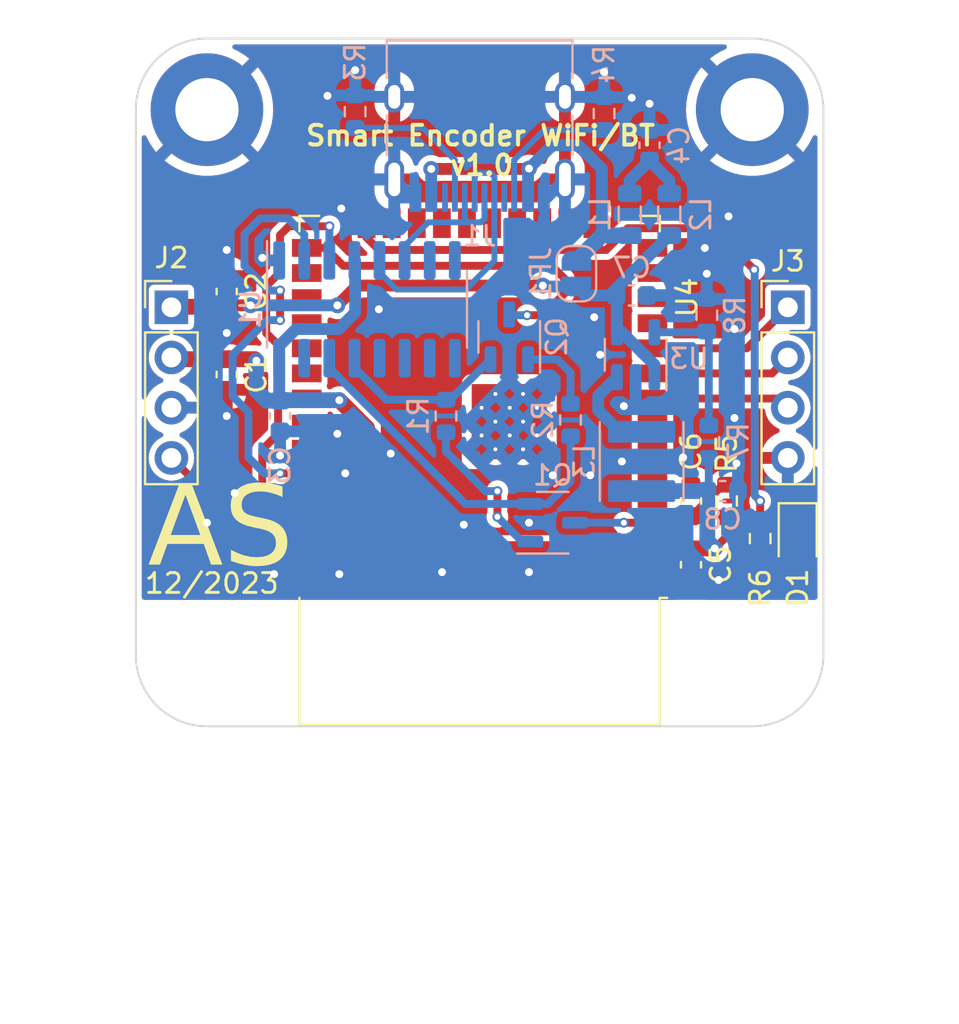
<source format=kicad_pcb>
(kicad_pcb (version 20221018) (generator pcbnew)
  (layers (0 "F.Cu" signal) (31 "B.Cu" signal) (34 "B.Paste" user) (35 "F.Paste" user) (36 "B.SilkS" user "B.Silkscreen") (37 "F.SilkS" user "F.Silkscreen") (38 "B.Mask" user) (39 "F.Mask" user) (44 "Edge.Cuts" user))
  (net 0 "")
  (net 1 "GND")
  (net 2 "+3V3")
  (net 3 "Net-(C4-Pad1)")
  (net 4 "+5V")
  (net 5 "Net-(D1-A)")
  (net 6 "Net-(J1-CC1)")
  (net 7 "D+")
  (net 8 "D-")
  (net 10 "Net-(J1-CC2)")
  (net 12 "Net-(U3-SW)")
  (net 13 "Net-(Q1-B)")
  (net 14 "Net-(Q1-E)")
  (net 15 "~{RST}")
  (net 16 "Net-(Q2-B)")
  (net 17 "Net-(Q2-E)")
  (net 18 "~{BOOTMODE}")
  (net 19 "Net-(U4-IO2)")
  (net 21 "Net-(U3-FB)")
  (net 22 "RX0 (Programming)")
  (net 36 "ENCODER_BTN")
  (net 37 "ENCODER_A")
  (net 38 "ENCODER_B")
  (net 41 "IO23")
  (net 42 "Net-(JP1-A)")
  (net 59 "TX0 (Programming)")
  (footprint "Connector_PinHeader_2.54mm:PinHeader_1x04_P2.54mm_Vertical" (layer "F.Cu") (at 193.8 75.5)
    (fp_text reference "J3" (at 0 -2.33) (layer "F.SilkS"))
    (fp_text value "Conn_01x04_Pin")
    (pad "1" thru_hole rect (at 0 0) (size 1.7 1.7) (drill 1) (layers "*.Cu" "*.Mask") (net 36 "ENCODER_BTN"))
    (pad "2" thru_hole oval (at 0 2.54) (size 1.7 1.7) (drill 1) (layers "*.Cu" "*.Mask") (net 37 "ENCODER_A"))
    (pad "3" thru_hole oval (at 0 5.08) (size 1.7 1.7) (drill 1) (layers "*.Cu" "*.Mask") (net 38 "ENCODER_B"))
    (pad "4" thru_hole oval (at 0 7.62) (size 1.7 1.7) (drill 1) (layers "*.Cu" "*.Mask") (net 1 "GND"))
  )
  (footprint "MountingHole:MountingHole_3.2mm_M3_ISO7380" (layer "F.Cu") (at 192 93.1)
    (fp_text reference "H4" hide)
    (fp_text value "MountingHole")
    (pad "" np_thru_hole circle (at 0 0) (size 3.2 3.2) (drill 3.2) (layers "*.Cu" "*.Mask"))
  )
  (footprint "Resistor_SMD:R_0603_1608Metric" (layer "F.Cu") (at 190.7 85.3 -90)
    (fp_text reference "R5" (at -2.4 0 90) (layer "F.SilkS"))
    (fp_text value "10k")
    (pad "1" smd roundrect (at -0.825 0 270) (size 0.8 0.95) (layers "F.Cu" "F.Paste" "F.Mask") (net 15 "~{RST}"))
    (pad "2" smd roundrect (at 0.825 0 270) (size 0.8 0.95) (layers "F.Cu" "F.Paste" "F.Mask") (net 2 "+3V3"))
  )
  (footprint "Connector_PinHeader_2.54mm:PinHeader_1x04_P2.54mm_Vertical" (layer "F.Cu") (at 162.6 75.5)
    (fp_text reference "J2" (at 0 -2.5) (layer "F.SilkS"))
    (fp_text value "Conn_01x04_Pin")
    (pad "1" thru_hole rect (at 0 0) (size 1.7 1.7) (drill 1) (layers "*.Cu" "*.Mask") (net 4 "+5V"))
    (pad "2" thru_hole oval (at 0 2.54) (size 1.7 1.7) (drill 1) (layers "*.Cu" "*.Mask") (net 2 "+3V3"))
    (pad "3" thru_hole oval (at 0 5.08) (size 1.7 1.7) (drill 1) (layers "*.Cu" "*.Mask") (net 1 "GND"))
    (pad "4" thru_hole oval (at 0 7.62) (size 1.7 1.7) (drill 1) (layers "*.Cu" "*.Mask") (net 41 "IO23"))
  )
  (footprint "MountingHole:MountingHole_3.2mm_M3_ISO7380_Pad" (layer "F.Cu") (at 192 65.5)
    (fp_text reference "H2" hide)
    (fp_text value "MountingHole_Pad")
    (pad "1" thru_hole circle (at 0 0) (size 5.7 5.7) (drill 3.2) (layers "*.Cu" "*.Mask") (net 1 "GND"))
  )
  (footprint "Capacitor_SMD:C_0603_1608Metric" (layer "F.Cu") (at 165.4 78.9 -90)
    (fp_text reference "C1" (at 0 -1.5 90) (layer "F.SilkS"))
    (fp_text value "1uF/25V/X5R")
    (pad "1" smd roundrect (at -0.775 0 270) (size 0.9 0.95) (layers "F.Cu" "F.Paste" "F.Mask") (net 2 "+3V3"))
    (pad "2" smd roundrect (at 0.775 0 270) (size 0.9 0.95) (layers "F.Cu" "F.Paste" "F.Mask") (net 1 "GND"))
  )
  (footprint "Capacitor_SMD:C_0603_1608Metric" (layer "F.Cu") (at 188.9 85.3 -90)
    (fp_text reference "C6" (at -2.5 0 90) (layer "F.SilkS"))
    (fp_text value "100nF/10V/X7R")
    (pad "1" smd roundrect (at -0.775 0 270) (size 0.9 0.95) (layers "F.Cu" "F.Paste" "F.Mask") (net 1 "GND"))
    (pad "2" smd roundrect (at 0.775 0 270) (size 0.9 0.95) (layers "F.Cu" "F.Paste" "F.Mask") (net 15 "~{RST}"))
  )
  (footprint "MountingHole:MountingHole_3.2mm_M3_ISO7380_Pad" (layer "F.Cu") (at 164.4 65.5)
    (fp_text reference "H1" hide)
    (fp_text value "MountingHole_Pad")
    (pad "1" thru_hole circle (at 0 0) (size 5.7 5.7) (drill 3.2) (layers "*.Cu" "*.Mask") (net 1 "GND"))
  )
  (footprint "RF_Module:ESP32-WROOM-32D" (layer "F.Cu") (at 178.2 80.755 180)
    (fp_text reference "U4" (at -10.5 5.755 90) (layer "F.SilkS"))
    (fp_text value "ESP32-WROOM-32D")
    (pad "1" smd rect (at -8.75 -8.25 180) (size 1.5 0.9) (layers "F.Cu" "F.Paste" "F.Mask") (net 1 "GND"))
    (pad "2" smd rect (at -8.75 -6.98 180) (size 1.5 0.9) (layers "F.Cu" "F.Paste" "F.Mask") (net 2 "+3V3"))
    (pad "3" smd rect (at -8.75 -5.71 180) (size 1.5 0.9) (layers "F.Cu" "F.Paste" "F.Mask") (net 15 "~{RST}"))
    (pad "4" smd rect (at -8.75 -4.44 180) (size 1.5 0.9) (layers "F.Cu" "F.Paste" "F.Mask"))
    (pad "5" smd rect (at -8.75 -3.17 180) (size 1.5 0.9) (layers "F.Cu" "F.Paste" "F.Mask"))
    (pad "6" smd rect (at -8.75 -1.9 180) (size 1.5 0.9) (layers "F.Cu" "F.Paste" "F.Mask"))
    (pad "7" smd rect (at -8.75 -0.63 180) (size 1.5 0.9) (layers "F.Cu" "F.Paste" "F.Mask"))
    (pad "8" smd rect (at -8.75 0.64 180) (size 1.5 0.9) (layers "F.Cu" "F.Paste" "F.Mask") (net 38 "ENCODER_B"))
    (pad "9" smd rect (at -8.75 1.91 180) (size 1.5 0.9) (layers "F.Cu" "F.Paste" "F.Mask") (net 37 "ENCODER_A"))
    (pad "10" smd rect (at -8.75 3.18 180) (size 1.5 0.9) (layers "F.Cu" "F.Paste" "F.Mask") (net 36 "ENCODER_BTN"))
    (pad "11" smd rect (at -8.75 4.45 180) (size 1.5 0.9) (layers "F.Cu" "F.Paste" "F.Mask"))
    (pad "12" smd rect (at -8.75 5.72 180) (size 1.5 0.9) (layers "F.Cu" "F.Paste" "F.Mask"))
    (pad "13" smd rect (at -8.75 6.99 180) (size 1.5 0.9) (layers "F.Cu" "F.Paste" "F.Mask"))
    (pad "14" smd rect (at -8.75 8.26 180) (size 1.5 0.9) (layers "F.Cu" "F.Paste" "F.Mask"))
    (pad "15" smd rect (at -5.71 9.51 270) (size 1.5 0.9) (layers "F.Cu" "F.Paste" "F.Mask") (net 1 "GND"))
    (pad "16" smd rect (at -4.44 9.51 270) (size 1.5 0.9) (layers "F.Cu" "F.Paste" "F.Mask"))
    (pad "17" smd rect (at -3.17 9.51 270) (size 1.5 0.9) (layers "F.Cu" "F.Paste" "F.Mask"))
    (pad "18" smd rect (at -1.9 9.51 270) (size 1.5 0.9) (layers "F.Cu" "F.Paste" "F.Mask"))
    (pad "19" smd rect (at -0.63 9.51 270) (size 1.5 0.9) (layers "F.Cu" "F.Paste" "F.Mask"))
    (pad "20" smd rect (at 0.64 9.51 270) (size 1.5 0.9) (layers "F.Cu" "F.Paste" "F.Mask"))
    (pad "21" smd rect (at 1.91 9.51 270) (size 1.5 0.9) (layers "F.Cu" "F.Paste" "F.Mask"))
    (pad "22" smd rect (at 3.18 9.51 270) (size 1.5 0.9) (layers "F.Cu" "F.Paste" "F.Mask"))
    (pad "23" smd rect (at 4.45 9.51 270) (size 1.5 0.9) (layers "F.Cu" "F.Paste" "F.Mask"))
    (pad "24" smd rect (at 5.72 9.51 270) (size 1.5 0.9) (layers "F.Cu" "F.Paste" "F.Mask") (net 19 "Net-(U4-IO2)"))
    (pad "25" smd rect (at 8.75 8.26 180) (size 1.5 0.9) (layers "F.Cu" "F.Paste" "F.Mask") (net 18 "~{BOOTMODE}"))
    (pad "26" smd rect (at 8.75 6.99 180) (size 1.5 0.9) (layers "F.Cu" "F.Paste" "F.Mask"))
    (pad "27" smd rect (at 8.75 5.72 180) (size 1.5 0.9) (layers "F.Cu" "F.Paste" "F.Mask"))
    (pad "28" smd rect (at 8.75 4.45 180) (size 1.5 0.9) (layers "F.Cu" "F.Paste" "F.Mask"))
    (pad "29" smd rect (at 8.75 3.18 180) (size 1.5 0.9) (layers "F.Cu" "F.Paste" "F.Mask"))
    (pad "30" smd rect (at 8.75 1.91 180) (size 1.5 0.9) (layers "F.Cu" "F.Paste" "F.Mask"))
    (pad "31" smd rect (at 8.75 0.64 180) (size 1.5 0.9) (layers "F.Cu" "F.Paste" "F.Mask"))
    (pad "32" smd rect (at 8.75 -0.63 180) (size 1.5 0.9) (layers "F.Cu" "F.Paste" "F.Mask"))
    (pad "33" smd rect (at 8.75 -1.9 180) (size 1.5 0.9) (layers "F.Cu" "F.Paste" "F.Mask"))
    (pad "34" smd rect (at 8.75 -3.17 180) (size 1.5 0.9) (layers "F.Cu" "F.Paste" "F.Mask") (net 22 "RX0 (Programming)"))
    (pad "35" smd rect (at 8.75 -4.44 180) (size 1.5 0.9) (layers "F.Cu" "F.Paste" "F.Mask") (net 59 "TX0 (Programming)"))
    (pad "36" smd rect (at 8.75 -5.71 180) (size 1.5 0.9) (layers "F.Cu" "F.Paste" "F.Mask"))
    (pad "37" smd rect (at 8.75 -6.98 180) (size 1.5 0.9) (layers "F.Cu" "F.Paste" "F.Mask") (net 41 "IO23"))
    (pad "38" smd rect (at 8.75 -8.25 180) (size 1.5 0.9) (layers "F.Cu" "F.Paste" "F.Mask") (net 1 "GND"))
    (pad "39" smd rect (at -2.9 -1.93 180) (size 0.9 0.9) (layers "F.Cu" "F.Paste") (net 1 "GND"))
    (pad "39" thru_hole circle (at -2.9 -1.23 180) (size 0.6 0.6) (drill 0.2) (property pad_prop_heatsink) (layers "*.Cu" "F.Mask") (net 1 "GND"))
    (pad "39" smd rect (at -2.9 -0.53 180) (size 0.9 0.9) (layers "F.Cu" "F.Paste") (net 1 "GND"))
    (pad "39" thru_hole circle (at -2.9 0.17 180) (size 0.6 0.6) (drill 0.2) (property pad_prop_heatsink) (layers "*.Cu" "F.Mask") (net 1 "GND"))
    (pad "39" smd rect (at -2.9 0.87 180) (size 0.9 0.9) (layers "F.Cu" "F.Paste") (net 1 "GND"))
    (pad "39" thru_hole circle (at -2.2 -1.93 180) (size 0.6 0.6) (drill 0.2) (property pad_prop_heatsink) (layers "*.Cu" "F.Mask") (net 1 "GND"))
    (pad "39" thru_hole circle (at -2.2 -0.53 180) (size 0.6 0.6) (drill 0.2) (property pad_prop_heatsink) (layers "*.Cu" "F.Mask") (net 1 "GND"))
    (pad "39" thru_hole circle (at -2.2 0.87 180) (size 0.6 0.6) (drill 0.2) (property pad_prop_heatsink) (layers "*.Cu" "F.Mask") (net 1 "GND"))
    (pad "39" thru_hole circle (at -1.525 -1.23 180) (size 0.6 0.6) (drill 0.2) (property pad_prop_heatsink) (layers "*.Cu" "F.Mask") (net 1 "GND"))
    (pad "39" thru_hole circle (at -1.525 0.17 180) (size 0.6 0.6) (drill 0.2) (property pad_prop_heatsink) (layers "*.Cu" "F.Mask") (net 1 "GND"))
    (pad "39" smd rect (at -1.5 -1.93 180) (size 0.9 0.9) (layers "F.Cu" "F.Paste") (net 1 "GND"))
    (pad "39" smd rect (at -1.5 -0.53 180) (size 0.9 0.9) (layers "F.Cu" "F.Paste") (net 1 "GND"))
    (pad "39" smd rect (at -1.5 -0.53 180) (size 3.8 3.8) (layers "F.Cu" "F.Mask") (net 1 "GND"))
    (pad "39" smd rect (at -1.5 0.87 180) (size 0.9 0.9) (layers "F.Cu" "F.Paste") (net 1 "GND"))
    (pad "39" thru_hole circle (at -0.8 -1.93 180) (size 0.6 0.6) (drill 0.2) (property pad_prop_heatsink) (layers "*.Cu" "F.Mask") (net 1 "GND"))
    (pad "39" thru_hole circle (at -0.8 -0.53 180) (size 0.6 0.6) (drill 0.2) (property pad_prop_heatsink) (layers "*.Cu" "F.Mask") (net 1 "GND"))
    (pad "39" thru_hole circle (at -0.8 0.87 180) (size 0.6 0.6) (drill 0.2) (property pad_prop_heatsink) (layers "*.Cu" "F.Mask") (net 1 "GND"))
    (pad "39" smd rect (at -0.1 -1.93 180) (size 0.9 0.9) (layers "F.Cu" "F.Paste") (net 1 "GND"))
    (pad "39" thru_hole circle (at -0.1 -1.23 180) (size 0.6 0.6) (drill 0.2) (property pad_prop_heatsink) (layers "*.Cu" "F.Mask") (net 1 "GND"))
    (pad "39" smd rect (at -0.1 -0.53 180) (size 0.9 0.9) (layers "F.Cu" "F.Paste") (net 1 "GND"))
    (pad "39" thru_hole circle (at -0.1 0.17 180) (size 0.6 0.6) (drill 0.2) (property pad_prop_heatsink) (layers "*.Cu" "F.Mask") (net 1 "GND"))
    (pad "39" smd rect (at -0.1 0.87 180) (size 0.9 0.9) (layers "F.Cu" "F.Paste") (net 1 "GND"))
    (zone (net 0) (net_name "") (layers "*.Cu") (connect_pads (clearance 0)) (min_thickness 0.254)
      (keepout (tracks not_allowed) (vias not_allowed) (pads not_allowed) (copperpour not_allowed) (footprints not_allowed))
      (fill (thermal_gap 0.508) (thermal_bridge_width 0.508))
      (polygon (pts (xy 202.2 90.305) (xy 154.2 90.305) (xy 154.2 111.495) (xy 202.2 111.495)))
    )
  )
  (footprint "MountingHole:MountingHole_3.2mm_M3_ISO7380" (layer "F.Cu") (at 164.4 93.1)
    (fp_text reference "H3" hide)
    (fp_text value "MountingHole")
    (pad "" np_thru_hole circle (at 0 0) (size 3.2 3.2) (drill 3.2) (layers "*.Cu" "*.Mask"))
  )
  (footprint "Capacitor_SMD:C_0603_1608Metric" (layer "F.Cu") (at 188.9 88.525 90)
    (fp_text reference "C5" (at 0 1.5 90) (layer "F.SilkS"))
    (fp_text value "100nF/10V/X7R")
    (pad "1" smd roundrect (at -0.775 0 90) (size 0.9 0.95) (layers "F.Cu" "F.Paste" "F.Mask") (net 1 "GND"))
    (pad "2" smd roundrect (at 0.775 0 90) (size 0.9 0.95) (layers "F.Cu" "F.Paste" "F.Mask") (net 2 "+3V3"))
  )
  (footprint "Resistor_SMD:R_0603_1608Metric" (layer "F.Cu") (at 192.4 87.2 90)
    (fp_text reference "R6" (at -2.5 0 90) (layer "F.SilkS"))
    (fp_text value "1k")
    (pad "1" smd roundrect (at -0.825 0 90) (size 0.8 0.95) (layers "F.Cu" "F.Paste" "F.Mask") (net 5 "Net-(D1-A)"))
    (pad "2" smd roundrect (at 0.825 0 90) (size 0.8 0.95) (layers "F.Cu" "F.Paste" "F.Mask") (net 19 "Net-(U4-IO2)"))
  )
  (footprint "LED_SMD:LED_0805_2012Metric" (layer "F.Cu") (at 194.3 87.1 -90)
    (fp_text reference "D1" (at 2.6 0 90) (layer "F.SilkS"))
    (fp_text value "BLUE")
    (pad "1" smd roundrect (at -0.9375 0 270) (size 0.975 1.4) (layers "F.Cu" "F.Paste" "F.Mask") (net 1 "GND"))
    (pad "2" smd roundrect (at 0.9375 0 270) (size 0.975 1.4) (layers "F.Cu" "F.Paste" "F.Mask") (net 5 "Net-(D1-A)"))
  )
  (footprint "Capacitor_SMD:C_0603_1608Metric" (layer "F.Cu") (at 165.4 74.7 90)
    (fp_text reference "C2" (at 0 1.5 90) (layer "F.SilkS"))
    (fp_text value "1uF/25V/X5R")
    (pad "1" smd roundrect (at -0.775 0 90) (size 0.9 0.95) (layers "F.Cu" "F.Paste" "F.Mask") (net 4 "+5V"))
    (pad "2" smd roundrect (at 0.775 0 90) (size 0.9 0.95) (layers "F.Cu" "F.Paste" "F.Mask") (net 1 "GND"))
  )
  (footprint "Capacitor_SMD:C_0603_1608Metric" (layer "B.Cu") (at 185.897183 74.9)
    (fp_text reference "C7" (at 0.002817 -1.4 180) (layer "B.SilkS") (effects (justify mirror)))
    (fp_text value "22uF/10V/X5R")
    (pad "1" smd roundrect (at -0.775 0) (size 0.9 0.95) (layers "B.Cu" "B.Paste" "B.Mask") (net 4 "+5V"))
    (pad "2" smd roundrect (at 0.775 0) (size 0.9 0.95) (layers "B.Cu" "B.Paste" "B.Mask") (net 1 "GND"))
  )
  (footprint "Connector_USB:USB_C_Receptacle_HRO_TYPE-C-31-M-12" (layer "B.Cu") (at 178.2 65.9)
    (fp_text reference "J1" (at 0 6 180) (layer "B.SilkS") (effects (justify mirror)))
    (fp_text value "USB_C_Receptacle_USB2.0")
    (pad "A1" smd rect (at -3.25 4.045) (size 0.6 1.45) (layers "B.Cu" "B.Paste" "B.Mask") (net 1 "GND"))
    (pad "A4" smd rect (at -2.45 4.045) (size 0.6 1.45) (layers "B.Cu" "B.Paste" "B.Mask") (net 42 "Net-(JP1-A)"))
    (pad "A5" smd rect (at -1.25 4.045) (size 0.3 1.45) (layers "B.Cu" "B.Paste" "B.Mask") (net 6 "Net-(J1-CC1)"))
    (pad "A6" smd rect (at -0.25 4.045) (size 0.3 1.45) (layers "B.Cu" "B.Paste" "B.Mask") (net 7 "D+"))
    (pad "A7" smd rect (at 0.25 4.045) (size 0.3 1.45) (layers "B.Cu" "B.Paste" "B.Mask") (net 8 "D-"))
    (pad "A8" smd rect (at 1.25 4.045) (size 0.3 1.45) (layers "B.Cu" "B.Paste" "B.Mask"))
    (pad "A9" smd rect (at 2.45 4.045) (size 0.6 1.45) (layers "B.Cu" "B.Paste" "B.Mask") (net 42 "Net-(JP1-A)"))
    (pad "A12" smd rect (at 3.25 4.045) (size 0.6 1.45) (layers "B.Cu" "B.Paste" "B.Mask") (net 1 "GND"))
    (pad "B1" smd rect (at 3.25 4.045) (size 0.6 1.45) (layers "B.Cu" "B.Paste" "B.Mask") (net 1 "GND"))
    (pad "B4" smd rect (at 2.45 4.045) (size 0.6 1.45) (layers "B.Cu" "B.Paste" "B.Mask") (net 42 "Net-(JP1-A)"))
    (pad "B5" smd rect (at 1.75 4.045) (size 0.3 1.45) (layers "B.Cu" "B.Paste" "B.Mask") (net 10 "Net-(J1-CC2)"))
    (pad "B6" smd rect (at 0.75 4.045) (size 0.3 1.45) (layers "B.Cu" "B.Paste" "B.Mask") (net 7 "D+"))
    (pad "B7" smd rect (at -0.75 4.045) (size 0.3 1.45) (layers "B.Cu" "B.Paste" "B.Mask") (net 8 "D-"))
    (pad "B8" smd rect (at -1.75 4.045) (size 0.3 1.45) (layers "B.Cu" "B.Paste" "B.Mask"))
    (pad "B9" smd rect (at -2.45 4.045) (size 0.6 1.45) (layers "B.Cu" "B.Paste" "B.Mask") (net 42 "Net-(JP1-A)"))
    (pad "B12" smd rect (at -3.25 4.045) (size 0.6 1.45) (layers "B.Cu" "B.Paste" "B.Mask") (net 1 "GND"))
    (pad "S1" thru_hole oval (at -4.32 -1.05) (size 1 1.6) (drill oval 0.6 1.2) (layers "*.Cu" "*.Mask") (net 1 "GND"))
    (pad "S1" thru_hole oval (at -4.32 3.13) (size 1 2.1) (drill oval 0.6 1.7) (layers "*.Cu" "*.Mask") (net 1 "GND"))
    (pad "S1" thru_hole oval (at 4.32 -1.05) (size 1 1.6) (drill oval 0.6 1.2) (layers "*.Cu" "*.Mask") (net 1 "GND"))
    (pad "S1" thru_hole oval (at 4.32 3.13) (size 1 2.1) (drill oval 0.6 1.7) (layers "*.Cu" "*.Mask") (net 1 "GND"))
  )
  (footprint "Jumper:SolderJumper-2_P1.3mm_Open_RoundedPad1.0x1.5mm" (layer "B.Cu") (at 183.1 73.8 -90)
    (fp_text reference "JP1" (at 0 1.8 90) (layer "B.SilkS") (effects (justify mirror)))
    (fp_text value "SolderJumper_2_Open")
    (pad "1" smd custom (at -0.65 0 270) (size 1 0.5) (layers "B.Cu" "B.Mask") (net 42 "Net-(JP1-A)") (options (clearance outline) (anchor rect)) (primitives (gr_circle (center 0 -0.25) (end 0.5 -0.25) (width 0) (fill yes)) (gr_circle (center 0 0.25) (end 0.5 0.25) (width 0) (fill yes)) (gr_poly (pts (xy 0.5 -0.75) (xy 0 -0.75) (xy 0 0.75) (xy 0.5 0.75)) (width 0) (fill yes))))
    (pad "2" smd custom (at 0.65 0 270) (size 1 0.5) (layers "B.Cu" "B.Mask") (net 4 "+5V") (options (clearance outline) (anchor rect)) (primitives (gr_circle (center 0 -0.25) (end 0.5 -0.25) (width 0) (fill yes)) (gr_circle (center 0 0.25) (end 0.5 0.25) (width 0) (fill yes)) (gr_poly (pts (xy 0 -0.75) (xy -0.5 -0.75) (xy -0.5 0.75) (xy 0 0.75)) (width 0) (fill yes))))
  )
  (footprint "Package_TO_SOT_SMD:SOT-23-3" (layer "B.Cu") (at 179.7 77 90)
    (fp_text reference "Q2" (at 0 2.4 90) (layer "B.SilkS") (effects (justify mirror)))
    (fp_text value "MMBT4401")
    (pad "1" smd roundrect (at -1.1375 0.95 90) (size 1.325 0.6) (layers "B.Cu" "B.Paste" "B.Mask") (net 16 "Net-(Q2-B)"))
    (pad "2" smd roundrect (at -1.1375 -0.95 90) (size 1.325 0.6) (layers "B.Cu" "B.Paste" "B.Mask") (net 17 "Net-(Q2-E)"))
    (pad "3" smd roundrect (at 1.1375 0 90) (size 1.325 0.6) (layers "B.Cu" "B.Paste" "B.Mask") (net 18 "~{BOOTMODE}"))
  )
  (footprint "Resistor_SMD:R_0603_1608Metric" (layer "B.Cu") (at 182.8 81.2 90)
    (fp_text reference "R2" (at 0 -1.4 90) (layer "B.SilkS") (effects (justify mirror)))
    (fp_text value "10k")
    (pad "1" smd roundrect (at -0.825 0 90) (size 0.8 0.95) (layers "B.Cu" "B.Paste" "B.Mask") (net 14 "Net-(Q1-E)"))
    (pad "2" smd roundrect (at 0.825 0 90) (size 0.8 0.95) (layers "B.Cu" "B.Paste" "B.Mask") (net 16 "Net-(Q2-B)"))
  )
  (footprint "Resistor_SMD:R_0603_1608Metric" (layer "B.Cu") (at 189.7 75.9 90)
    (fp_text reference "R8" (at 0 1.43 90) (layer "B.SilkS") (effects (justify mirror)))
    (fp_text value "15k")
    (pad "1" smd roundrect (at -0.825 0 90) (size 0.8 0.95) (layers "B.Cu" "B.Paste" "B.Mask") (net 21 "Net-(U3-FB)"))
    (pad "2" smd roundrect (at 0.825 0 90) (size 0.8 0.95) (layers "B.Cu" "B.Paste" "B.Mask") (net 1 "GND"))
  )
  (footprint "Capacitor_SMD:C_0603_1608Metric" (layer "B.Cu") (at 186.8 67.3 90)
    (fp_text reference "C4" (at 0 1.5 90) (layer "B.SilkS") (effects (justify mirror)))
    (fp_text value "1uF/25V/X5R")
    (pad "1" smd roundrect (at -0.775 0 90) (size 0.9 0.95) (layers "B.Cu" "B.Paste" "B.Mask") (net 3 "Net-(C4-Pad1)"))
    (pad "2" smd roundrect (at 0.775 0 90) (size 0.9 0.95) (layers "B.Cu" "B.Paste" "B.Mask") (net 1 "GND"))
  )
  (footprint "Inductor_SMD:L_0805_2012Metric" (layer "B.Cu") (at 187.8 70.8 -90)
    (fp_text reference "L2" (at 0 -1.6 90) (layer "B.SilkS") (effects (justify mirror)))
    (fp_text value "WLBD2012HCU601TH")
    (pad "1" smd roundrect (at -1.0625 0 270) (size 0.875 1.2) (layers "B.Cu" "B.Paste" "B.Mask") (net 3 "Net-(C4-Pad1)"))
    (pad "2" smd roundrect (at 1.0625 0 270) (size 0.875 1.2) (layers "B.Cu" "B.Paste" "B.Mask") (net 4 "+5V"))
  )
  (footprint "Package_TO_SOT_SMD:SOT-23-3" (layer "B.Cu") (at 181.9 86.4)
    (fp_text reference "Q1" (at 0 -2.4) (layer "B.SilkS") (effects (justify mirror)))
    (fp_text value "MMBT4401")
    (pad "1" smd roundrect (at -1.1375 0.95) (size 1.325 0.6) (layers "B.Cu" "B.Paste" "B.Mask") (net 13 "Net-(Q1-B)"))
    (pad "2" smd roundrect (at -1.1375 -0.95) (size 1.325 0.6) (layers "B.Cu" "B.Paste" "B.Mask") (net 14 "Net-(Q1-E)"))
    (pad "3" smd roundrect (at 1.1375 0) (size 1.325 0.6) (layers "B.Cu" "B.Paste" "B.Mask") (net 15 "~{RST}"))
  )
  (footprint "Capacitor_SMD:C_0603_1608Metric" (layer "B.Cu") (at 168.1 81 -90)
    (fp_text reference "C3" (at 2.5 0 90) (layer "B.SilkS") (effects (justify mirror)))
    (fp_text value "100nF/10V/X7R")
    (pad "1" smd roundrect (at -0.775 0 270) (size 0.9 0.95) (layers "B.Cu" "B.Paste" "B.Mask") (net 2 "+3V3"))
    (pad "2" smd roundrect (at 0.775 0 270) (size 0.9 0.95) (layers "B.Cu" "B.Paste" "B.Mask") (net 1 "GND"))
  )
  (footprint "Resistor_SMD:R_0603_1608Metric" (layer "B.Cu") (at 189.8 82.3 90)
    (fp_text reference "R7" (at 0 1.5 90) (layer "B.SilkS") (effects (justify mirror)))
    (fp_text value "68k")
    (pad "1" smd roundrect (at -0.825 0 90) (size 0.8 0.95) (layers "B.Cu" "B.Paste" "B.Mask") (net 2 "+3V3"))
    (pad "2" smd roundrect (at 0.825 0 90) (size 0.8 0.95) (layers "B.Cu" "B.Paste" "B.Mask") (net 21 "Net-(U3-FB)"))
  )
  (footprint "Package_TO_SOT_SMD:SOT-23-5" (layer "B.Cu") (at 186.097183 77.9 90)
    (fp_text reference "U3" (at -0.2 2.7) (layer "B.SilkS") (effects (justify mirror)))
    (fp_text value "M3406")
    (pad "1" smd roundrect (at -1.1375 0.95 90) (size 1.325 0.6) (layers "B.Cu" "B.Paste" "B.Mask") (net 4 "+5V"))
    (pad "2" smd roundrect (at -1.1375 0 90) (size 1.325 0.6) (layers "B.Cu" "B.Paste" "B.Mask") (net 1 "GND"))
    (pad "3" smd roundrect (at -1.1375 -0.95 90) (size 1.325 0.6) (layers "B.Cu" "B.Paste" "B.Mask") (net 12 "Net-(U3-SW)"))
    (pad "4" smd roundrect (at 1.1375 -0.95 90) (size 1.325 0.6) (layers "B.Cu" "B.Paste" "B.Mask") (net 4 "+5V"))
    (pad "5" smd roundrect (at 1.1375 0.95 90) (size 1.325 0.6) (layers "B.Cu" "B.Paste" "B.Mask") (net 21 "Net-(U3-FB)"))
  )
  (footprint "Inductor_SMD:L_Abracon_ASPI-4030S" (layer "B.Cu") (at 186.4 83.3 -90)
    (fp_text reference "L3" (at 0 2.9 90) (layer "B.SilkS") (effects (justify mirror)))
    (fp_text value "2.2uH")
    (pad "1" smd roundrect (at -1.5 0 270) (size 1.1 3.4) (layers "B.Cu" "B.Paste" "B.Mask") (roundrect_rratio 0.1) (net 12 "Net-(U3-SW)"))
    (pad "2" smd roundrect (at 1.5 0 270) (size 1.1 3.4) (layers "B.Cu" "B.Paste" "B.Mask") (roundrect_rratio 0.1) (net 2 "+3V3"))
  )
  (footprint "Resistor_SMD:R_0603_1608Metric" (layer "B.Cu") (at 176.5 81 -90)
    (fp_text reference "R1" (at 0 1.4 90) (layer "B.SilkS") (effects (justify mirror)))
    (fp_text value "10k")
    (pad "1" smd roundrect (at -0.825 0 270) (size 0.8 0.95) (layers "B.Cu" "B.Paste" "B.Mask") (net 17 "Net-(Q2-E)"))
    (pad "2" smd roundrect (at 0.825 0 270) (size 0.8 0.95) (layers "B.Cu" "B.Paste" "B.Mask") (net 13 "Net-(Q1-B)"))
  )
  (footprint "Inductor_SMD:L_0805_2012Metric" (layer "B.Cu") (at 185.8 70.8 90)
    (fp_text reference "L1" (at 0 -1.5 90) (layer "B.SilkS") (effects (justify mirror)))
    (fp_text value "WLBD2012HCU601TH")
    (pad "1" smd roundrect (at -1.0625 0 90) (size 0.875 1.2) (layers "B.Cu" "B.Paste" "B.Mask") (net 42 "Net-(JP1-A)"))
    (pad "2" smd roundrect (at 1.0625 0 90) (size 0.875 1.2) (layers "B.Cu" "B.Paste" "B.Mask") (net 3 "Net-(C4-Pad1)"))
  )
  (footprint "Package_SO:SOIC-16_3.9x9.9mm_P1.27mm" (layer "B.Cu") (at 172.5 75.6 -90)
    (fp_text reference "U1" (at 0 5.9 90) (layer "B.SilkS") (effects (justify mirror)))
    (fp_text value "CH340C")
    (pad "1" smd roundrect (at -2.475 4.445 270) (size 1.95 0.6) (layers "B.Cu" "B.Paste" "B.Mask") (net 1 "GND"))
    (pad "2" smd roundrect (at -2.475 3.175 270) (size 1.95 0.6) (layers "B.Cu" "B.Paste" "B.Mask") (net 22 "RX0 (Programming)"))
    (pad "3" smd roundrect (at -2.475 1.905 270) (size 1.95 0.6) (layers "B.Cu" "B.Paste" "B.Mask") (net 59 "TX0 (Programming)"))
    (pad "4" smd roundrect (at -2.475 0.635 270) (size 1.95 0.6) (layers "B.Cu" "B.Paste" "B.Mask") (net 2 "+3V3"))
    (pad "5" smd roundrect (at -2.475 -0.635 270) (size 1.95 0.6) (layers "B.Cu" "B.Paste" "B.Mask") (net 7 "D+"))
    (pad "6" smd roundrect (at -2.475 -1.905 270) (size 1.95 0.6) (layers "B.Cu" "B.Paste" "B.Mask") (net 8 "D-"))
    (pad "7" smd roundrect (at -2.475 -3.175 270) (size 1.95 0.6) (layers "B.Cu" "B.Paste" "B.Mask"))
    (pad "8" smd roundrect (at -2.475 -4.445 270) (size 1.95 0.6) (layers "B.Cu" "B.Paste" "B.Mask"))
    (pad "9" smd roundrect (at 2.475 -4.445 270) (size 1.95 0.6) (layers "B.Cu" "B.Paste" "B.Mask"))
    (pad "10" smd roundrect (at 2.475 -3.175 270) (size 1.95 0.6) (layers "B.Cu" "B.Paste" "B.Mask"))
    (pad "11" smd roundrect (at 2.475 -1.905 270) (size 1.95 0.6) (layers "B.Cu" "B.Paste" "B.Mask"))
    (pad "12" smd roundrect (at 2.475 -0.635 270) (size 1.95 0.6) (layers "B.Cu" "B.Paste" "B.Mask"))
    (pad "13" smd roundrect (at 2.475 0.635 270) (size 1.95 0.6) (layers "B.Cu" "B.Paste" "B.Mask") (net 17 "Net-(Q2-E)"))
    (pad "14" smd roundrect (at 2.475 1.905 270) (size 1.95 0.6) (layers "B.Cu" "B.Paste" "B.Mask") (net 14 "Net-(Q1-E)"))
    (pad "15" smd roundrect (at 2.475 3.175 270) (size 1.95 0.6) (layers "B.Cu" "B.Paste" "B.Mask"))
    (pad "16" smd roundrect (at 2.475 4.445 270) (size 1.95 0.6) (layers "B.Cu" "B.Paste" "B.Mask") (net 2 "+3V3"))
  )
  (footprint "Capacitor_SMD:C_0603_1608Metric" (layer "B.Cu") (at 190.5 84.8)
    (fp_text reference "C8" (at 0 1.43) (layer "B.SilkS") (effects (justify mirror)))
    (fp_text value "22uF/10V/X5R")
    (pad "1" smd roundrect (at -0.775 0) (size 0.9 0.95) (layers "B.Cu" "B.Paste" "B.Mask") (net 2 "+3V3"))
    (pad "2" smd roundrect (at 0.775 0) (size 0.9 0.95) (layers "B.Cu" "B.Paste" "B.Mask") (net 1 "GND"))
  )
  (footprint "Resistor_SMD:R_0603_1608Metric" (layer "B.Cu") (at 184.5 65.7 90)
    (fp_text reference "R4" (at 2.5 0 90) (layer "B.SilkS") (effects (justify mirror)))
    (fp_text value "5.1k")
    (pad "1" smd roundrect (at -0.825 0 90) (size 0.8 0.95) (layers "B.Cu" "B.Paste" "B.Mask") (net 10 "Net-(J1-CC2)"))
    (pad "2" smd roundrect (at 0.825 0 90) (size 0.8 0.95) (layers "B.Cu" "B.Paste" "B.Mask") (net 1 "GND"))
  )
  (footprint "Resistor_SMD:R_0603_1608Metric" (layer "B.Cu") (at 171.9 65.6 90)
    (fp_text reference "R3" (at 2.5 0 90) (layer "B.SilkS") (effects (justify mirror)))
    (fp_text value "5.1k")
    (pad "1" smd roundrect (at -0.825 0 90) (size 0.8 0.95) (layers "B.Cu" "B.Paste" "B.Mask") (net 6 "Net-(J1-CC1)"))
    (pad "2" smd roundrect (at 0.825 0 90) (size 0.8 0.95) (layers "B.Cu" "B.Paste" "B.Mask") (net 1 "GND"))
  )
  (gr_arc (start 164.4 96.7) (mid 161.854416 95.645584) (end 160.8 93.1) (stroke (width 0.1)) (layer "Edge.Cuts"))
  (gr_line (start 195.6 65.5) (end 195.6 93.1) (stroke (width 0.1)) (layer "Edge.Cuts"))
  (gr_line (start 192 96.7) (end 164.4 96.7) (stroke (width 0.1)) (layer "Edge.Cuts"))
  (gr_arc (start 192 61.9) (mid 194.545584 62.954416) (end 195.6 65.5) (stroke (width 0.1)) (layer "Edge.Cuts"))
  (gr_arc (start 195.6 93.1) (mid 194.545584 95.645584) (end 192 96.7) (stroke (width 0.1)) (layer "Edge.Cuts"))
  (gr_line (start 164.4 61.9) (end 192 61.9) (stroke (width 0.1)) (layer "Edge.Cuts"))
  (gr_line (start 160.8 93.1) (end 160.8 65.5) (stroke (width 0.1)) (layer "Edge.Cuts"))
  (gr_arc (start 160.8 65.5) (mid 161.854416 62.954416) (end 164.4 61.9) (stroke (width 0.1)) (layer "Edge.Cuts"))
  (gr_text "AS" (at 161.4 89.2) (layer "F.SilkS") (effects (font (size 4 4) (thickness 0.45)) (justify left bottom)))
  (gr_text "12/2023" (at 161.165 90.0525) (layer "F.SilkS") (effects (font (size 1 1)) (justify left bottom)))
  (gr_text "v1.0" (at 176.6 68.9) (layer "F.SilkS") (effects (font (size 1 1) (thickness 0.2) bold) (justify left bottom)))
  (gr_text "Smart Encoder WiFi/BT" (at 169.3 67.4) (layer "F.SilkS") (effects (font (size 1 1) (thickness 0.2) bold) (justify left bottom)))
  (via (at 180.7 88.9) (size 0.8) (drill 0.4) (layers "F.Cu" "B.Cu") (net 1))
  (via (at 164.4 86.4) (size 0.8) (drill 0.4) (layers "F.Cu" "B.Cu") (net 1))
  (via (at 165.8 84.9) (size 0.8) (drill 0.4) (layers "F.Cu" "B.Cu") (net 1))
  (via (at 171.4 83.9) (size 0.8) (drill 0.4) (layers "F.Cu" "B.Cu") (net 1))
  (via (at 176.3 88.9) (size 0.8) (drill 0.4) (layers "F.Cu" "B.Cu") (net 1))
  (via (at 173.7 82.9) (size 0.8) (drill 0.4) (layers "F.Cu" "B.Cu") (net 1))
  (via (at 171.2 70.5) (size 0.8) (drill 0.4) (layers "F.Cu" "B.Cu") (net 1))
  (via (at 185.9 64.9) (size 0.8) (drill 0.4) (layers "F.Cu" "B.Cu") (net 1))
  (via (at 189.6 72.5) (size 0.8) (drill 0.4) (layers "F.Cu" "B.Cu") (net 1))
  (via (at 183.8 84) (size 0.8) (drill 0.4) (layers "F.Cu" "B.Cu") (net 1))
  (via (at 177.4 86.5) (size 0.8) (drill 0.4) (layers "F.Cu" "B.Cu") (net 1))
  (via (at 191.1 81.1) (size 0.8) (drill 0.4) (layers "F.Cu" "B.Cu") (net 1))
  (via (at 191.1 76.6) (size 0.8) (drill 0.4) (layers "F.Cu" "B.Cu") (net 1))
  (via (at 190.3 89.3) (size 0.8) (drill 0.4) (layers "F.Cu" "B.Cu") (net 1))
  (via (at 165.4 72.6) (size 0.8) (drill 0.4) (layers "F.Cu" "B.Cu") (net 1))
  (via (at 167.8 89) (size 0.8) (drill 0.4) (layers "F.Cu" "B.Cu") (net 1))
  (via (at 173.1 75.6) (size 0.8) (drill 0.4) (layers "F.Cu" "B.Cu") (net 1))
  (via (at 191.2 83.4) (size 0.8) (drill 0.4) (layers "F.Cu" "B.Cu") (net 1))
  (via (at 185.4 83.3) (size 0.8) (drill 0.4) (layers "F.Cu" "B.Cu") (net 1))
  (via (at 180.7 86.4) (size 0.8) (drill 0.4) (layers "F.Cu" "B.Cu") (net 1))
  (via (at 188.5 83.1) (size 0.8) (drill 0.4) (layers "F.Cu" "B.Cu") (net 1))
  (via (at 171.1 89) (size 0.8) (drill 0.4) (layers "F.Cu" "B.Cu") (net 1))
  (via (at 189.7 73.8) (size 0.8) (drill 0.4) (layers "F.Cu" "B.Cu") (net 1))
  (via (at 190.8 70.9) (size 0.8) (drill 0.4) (layers "F.Cu" "B.Cu") (net 1))
  (via (at 171 81.9) (size 0.8) (drill 0.4) (layers "F.Cu" "B.Cu") (net 1))
  (via (at 181.9 84) (size 0.8) (drill 0.4) (layers "F.Cu" "B.Cu") (net 1))
  (via (at 168.1 83) (size 0.8) (drill 0.4) (layers "F.Cu" "B.Cu") (net 1))
  (via (at 184.5 63.6) (size 0.8) (drill 0.4) (layers "F.Cu" "B.Cu") (net 1))
  (via (at 167.2 73) (size 0.8) (drill 0.4) (layers "F.Cu" "B.Cu") (net 1))
  (via (at 165.4 76.8) (size 0.8) (drill 0.4) (layers "F.Cu" "B.Cu") (net 1))
  (via (at 171.9 63.5) (size 0.8) (drill 0.4) (layers "F.Cu" "B.Cu") (net 1))
  (via (at 165.4 81) (size 0.8) (drill 0.4) (layers "F.Cu" "B.Cu") (net 1))
  (via (at 184 76) (size 0.8) (drill 0.4) (layers "F.Cu" "B.Cu") (net 1))
  (via (at 170.5 64.8) (size 0.8) (drill 0.4) (layers "F.Cu" "B.Cu") (net 1))
  (via (at 186.8 65.2) (size 0.8) (drill 0.4) (layers "F.Cu" "B.Cu") (net 1))
  (via (at 185.5 80.5) (size 0.8) (drill 0.4) (layers "F.Cu" "B.Cu") (net 1))
  (via (at 184.3 77.9) (size 0.8) (drill 0.4) (layers "F.Cu" "B.Cu") (net 1))
  (segment (start 174.95 69.945) (end 174.795 69.945) (width 0.6) (layer "B.Cu") (net 1))
  (segment (start 181.45 69.945) (end 181.605 69.945) (width 0.6) (layer "B.Cu") (net 1))
  (segment (start 174.795 69.945) (end 173.88 69.03) (width 0.6) (layer "B.Cu") (net 1))
  (segment (start 181.605 69.945) (end 182.52 69.03) (width 0.6) (layer "B.Cu") (net 1))
  (segment (start 186.95 87.735) (end 188.885 87.735) (width 0.8) (layer "F.Cu") (net 2))
  (segment (start 162.685 78.125) (end 162.6 78.04) (width 0.8) (layer "F.Cu") (net 2))
  (segment (start 162.635 78.075) (end 162.6 78.04) (width 0.6) (layer "F.Cu") (net 2))
  (segment (start 190.7 87.1) (end 190.1 87.7) (width 0.4) (layer "F.Cu") (net 2))
  (segment (start 166.825 78.125) (end 166.9 78.2) (width 0.8) (layer "F.Cu") (net 2))
  (segment (start 165.4 78.125) (end 162.685 78.125) (width 0.8) (layer "F.Cu") (net 2))
  (segment (start 188.885 87.735) (end 188.9 87.75) (width 0.8) (layer "F.Cu") (net 2))
  (segment (start 190.7 86.125) (end 190.7 87.1) (width 0.4) (layer "F.Cu") (net 2))
  (segment (start 176.835 87.735) (end 172.5 83.4) (width 0.8) (layer "F.Cu") (net 2))
  (segment (start 190.1 87.7) (end 188.95 87.7) (width 0.8) (layer "F.Cu") (net 2))
  (segment (start 165.4 78.125) (end 166.825 78.125) (width 0.8) (layer "F.Cu") (net 2))
  (segment (start 172.5 83.4) (end 172.5 81.6) (width 0.8) (layer "F.Cu") (net 2))
  (segment (start 172.5 81.6) (end 171.1 80.2) (width 0.8) (layer "F.Cu") (net 2))
  (segment (start 186.95 87.735) (end 176.835 87.735) (width 0.8) (layer "F.Cu") (net 2))
  (segment (start 188.95 87.7) (end 188.9 87.75) (width 0.8) (layer "F.Cu") (net 2))
  (via (at 166.9 78.2) (size 0.8) (drill 0.4) (layers "F.Cu" "B.Cu") (net 2))
  (via (at 171.1 80.2) (size 0.8) (drill 0.4) (layers "F.Cu" "B.Cu") (net 2))
  (via (at 190.1 87.7) (size 0.8) (drill 0.4) (layers "F.Cu" "B.Cu") (net 2))
  (segment (start 168.055 77.450761) (end 168.055 78.075) (width 0.6) (layer "B.Cu") (net 2))
  (segment (start 189.725 84.8) (end 189.725 87.325) (width 0.8) (layer "B.Cu") (net 2))
  (segment (start 168.055 78.075) (end 168.055 80.18) (width 0.6) (layer "B.Cu") (net 2))
  (segment (start 189.8 83.125) (end 189.8 84.725) (width 0.4) (layer "B.Cu") (net 2))
  (segment (start 168.125 80.2) (end 168.1 80.225) (width 0.8) (layer "B.Cu") (net 2))
  (segment (start 186.4 84.8) (end 189.725 84.8) (width 0.8) (layer "B.Cu") (net 2))
  (segment (start 171.072793 76.6) (end 168.905761 76.6) (width 0.6) (layer "B.Cu") (net 2))
  (segment (start 171.865 73.125) (end 171.9 73.16) (width 0.6) (layer "B.Cu") (net 2))
  (segment (start 166.9 79.7) (end 167.425 80.225) (width 0.8) (layer "B.Cu") (net 2))
  (segment (start 189.725 87.325) (end 190.1 87.7) (width 0.8) (layer "B.Cu") (net 2))
  (segment (start 166.9 78.2) (end 166.9 79.7) (width 0.8) (layer "B.Cu") (net 2))
  (segment (start 168.905761 76.6) (end 168.055 77.450761) (width 0.6) (layer "B.Cu") (net 2))
  (segment (start 167.425 80.225) (end 168.1 80.225) (width 0.8) (layer "B.Cu") (net 2))
  (segment (start 171.9 75.772793) (end 171.072793 76.6) (width 0.6) (layer "B.Cu") (net 2))
  (segment (start 168.055 80.18) (end 168.1 80.225) (width 0.6) (layer "B.Cu") (net 2))
  (segment (start 189.8 84.725) (end 189.725 84.8) (width 0.4) (layer "B.Cu") (net 2))
  (segment (start 171.1 80.2) (end 168.125 80.2) (width 0.8) (layer "B.Cu") (net 2))
  (segment (start 171.9 73.16) (end 171.9 75.772793) (width 0.6) (layer "B.Cu") (net 2))
  (segment (start 187.8 69.7375) (end 187.8 69.075) (width 0.6) (layer "B.Cu") (net 3))
  (segment (start 185.8 69.075) (end 186.8 68.075) (width 0.6) (layer "B.Cu") (net 3))
  (segment (start 187.8 69.075) (end 186.8 68.075) (width 0.6) (layer "B.Cu") (net 3))
  (segment (start 185.8 69.7375) (end 185.8 69.075) (width 0.6) (layer "B.Cu") (net 3))
  (segment (start 162.625 75.475) (end 162.6 75.5) (width 0.8) (layer "F.Cu") (net 4))
  (segment (start 172 74.4) (end 171 75.4) (width 0.6) (layer "F.Cu") (net 4))
  (segment (start 165.475 75.4) (end 165.4 75.475) (width 0.6) (layer "F.Cu") (net 4))
  (segment (start 181.4 74.4) (end 172 74.4) (width 0.6) (layer "F.Cu") (net 4))
  (segment (start 166.6 75.4) (end 165.475 75.4) (width 0.6) (layer "F.Cu") (net 4))
  (segment (start 165.4 75.475) (end 162.625 75.475) (width 0.8) (layer "F.Cu") (net 4))
  (via (at 166.6 75.4) (size 0.8) (drill 0.4) (layers "F.Cu" "B.Cu") (net 4))
  (via (at 171 75.4) (size 0.8) (drill 0.4) (layers "F.Cu" "B.Cu") (net 4))
  (via (at 181.4 74.4) (size 0.8) (drill 0.4) (layers "F.Cu" "B.Cu") (net 4))
  (segment (start 185.122183 74.9) (end 183.55 74.9) (width 0.6) (layer "B.Cu") (net 4))
  (segment (start 185.122183 74.540317) (end 187.8 71.8625) (width 0.6) (layer "B.Cu") (net 4))
  (segment (start 185.147183 76.7625) (end 185.147183 74.925) (width 0.6) (layer "B.Cu") (net 4))
  (segment (start 185.403922 76.7625) (end 187.047183 78.405761) (width 0.6) (layer "B.Cu") (net 4))
  (segment (start 183.55 74.9) (end 183.1 74.45) (width 0.6) (layer "B.Cu") (net 4))
  (segment (start 171 75.4) (end 166.6 75.4) (width 0.6) (layer "B.Cu") (net 4))
  (segment (start 187.047183 78.405761) (end 187.047183 79.0375) (width 0.6) (layer "B.Cu") (net 4))
  (segment (start 181.45 74.45) (end 181.4 74.4) (width 0.6) (layer "B.Cu") (net 4))
  (segment (start 185.122183 74.9) (end 185.122183 74.540317) (width 0.6) (layer "B.Cu") (net 4))
  (segment (start 183.1 74.45) (end 181.45 74.45) (width 0.6) (layer "B.Cu") (net 4))
  (segment (start 185.147183 74.925) (end 185.122183 74.9) (width 0.6) (layer "B.Cu") (net 4))
  (segment (start 185.147183 76.7625) (end 185.403922 76.7625) (width 0.6) (layer "B.Cu") (net 4))
  (segment (start 192.4 88.025) (end 194.2875 88.025) (width 0.4) (layer "F.Cu") (net 5))
  (segment (start 194.2875 88.025) (end 194.3 88.0375) (width 0.4) (layer "F.Cu") (net 5))
  (segment (start 176.95 68.05) (end 175.325 66.425) (width 0.3) (layer "B.Cu") (net 6))
  (segment (start 176.95 69.945) (end 176.95 68.05) (width 0.3) (layer "B.Cu") (net 6))
  (segment (start 175.325 66.425) (end 171.9 66.425) (width 0.3) (layer "B.Cu") (net 6))
  (segment (start 178.75 68.7) (end 178.12 68.7) (width 0.3) (layer "B.Cu") (net 7))
  (segment (start 178.12 68.7) (end 177.95 68.87) (width 0.3) (layer "B.Cu") (net 7))
  (segment (start 178.95 68.9) (end 178.75 68.7) (width 0.3) (layer "B.Cu") (net 7))
  (segment (start 178.95 69.945) (end 178.95 73.15) (width 0.3) (layer "B.Cu") (net 7))
  (segment (start 177.5 74.6) (end 174 74.6) (width 0.3) (layer "B.Cu") (net 7))
  (segment (start 178.95 69.945) (end 178.95 68.9) (width 0.3) (layer "B.Cu") (net 7))
  (segment (start 174 74.6) (end 173.135 73.735) (width 0.3) (layer "B.Cu") (net 7))
  (segment (start 178.95 73.15) (end 177.5 74.6) (width 0.3) (layer "B.Cu") (net 7))
  (segment (start 173.135 73.735) (end 173.135 73.125) (width 0.3) (layer "B.Cu") (net 7))
  (segment (start 177.95 68.87) (end 177.95 69.945) (width 0.3) (layer "B.Cu") (net 7))
  (segment (start 174.405 72.395) (end 175.6 71.2) (width 0.3) (layer "B.Cu") (net 8))
  (segment (start 177.63 71.2) (end 178.27 71.2) (width 0.3) (layer "B.Cu") (net 8))
  (segment (start 177.45 71.02) (end 177.63 71.2) (width 0.3) (layer "B.Cu") (net 8))
  (segment (start 177.45 69.945) (end 177.45 71.02) (width 0.3) (layer "B.Cu") (net 8))
  (segment (start 178.27 71.2) (end 178.45 71.02) (width 0.3) (layer "B.Cu") (net 8))
  (segment (start 175.6 71.2) (end 177.63 71.2) (width 0.3) (layer "B.Cu") (net 8))
  (segment (start 174.405 73.125) (end 174.405 72.395) (width 0.3) (layer "B.Cu") (net 8))
  (segment (start 178.45 71.02) (end 178.45 69.945) (width 0.3) (layer "B.Cu") (net 8))
  (segment (start 179.95 68.05) (end 181.475 66.525) (width 0.3) (layer "B.Cu") (net 10))
  (segment (start 181.475 66.525) (end 184.5 66.525) (width 0.3) (layer "B.Cu") (net 10))
  (segment (start 179.95 69.945) (end 179.95 68.05) (width 0.3) (layer "B.Cu") (net 10))
  (segment (start 185.3 81.8) (end 186.4 81.8) (width 0.6) (layer "B.Cu") (net 12))
  (segment (start 184.2 80.7) (end 185.3 81.8) (width 0.6) (layer "B.Cu") (net 12))
  (segment (start 184.2 79.984683) (end 184.2 80.7) (width 0.6) (layer "B.Cu") (net 12))
  (segment (start 185.147183 79.0375) (end 184.2 79.984683) (width 0.6) (layer "B.Cu") (net 12))
  (segment (start 179.1 86.1) (end 179.1 84.8005) (width 0.4) (layer "F.Cu") (net 13))
  (via (at 179.1 86.1) (size 0.5) (drill 0.3) (layers "F.Cu" "B.Cu") (net 13))
  (via (at 179.1 84.8005) (size 0.5) (drill 0.3) (layers "F.Cu" "B.Cu") (net 13))
  (segment (start 179.1 84.8005) (end 178.5005 84.8005) (width 0.4) (layer "B.Cu") (net 13))
  (segment (start 176.5 82.8) (end 176.5 81.825) (width 0.4) (layer "B.Cu") (net 13))
  (segment (start 180.35 87.35) (end 180.7625 87.35) (width 0.4) (layer "B.Cu") (net 13))
  (segment (start 179.1 86.1) (end 180.35 87.35) (width 0.4) (layer "B.Cu") (net 13))
  (segment (start 178.5005 84.8005) (end 176.5 82.8) (width 0.4) (layer "B.Cu") (net 13))
  (segment (start 170.595 78.563629) (end 177.481371 85.45) (width 0.4) (layer "B.Cu") (net 14))
  (segment (start 182.8 84.3) (end 182.8 82.025) (width 0.4) (layer "B.Cu") (net 14))
  (segment (start 170.595 78.075) (end 170.595 78.563629) (width 0.4) (layer "B.Cu") (net 14))
  (segment (start 181.65 85.45) (end 182.8 84.3) (width 0.4) (layer "B.Cu") (net 14))
  (segment (start 177.481371 85.45) (end 180.7625 85.45) (width 0.4) (layer "B.Cu") (net 14))
  (segment (start 180.7625 85.45) (end 181.65 85.45) (width 0.4) (layer "B.Cu") (net 14))
  (segment (start 188.51 86.465) (end 188.9 86.075) (width 0.4) (layer "F.Cu") (net 15))
  (segment (start 188.925 86.075) (end 190.525 84.475) (width 0.4) (layer "F.Cu") (net 15))
  (segment (start 190.525 84.475) (end 190.7 84.475) (width 0.4) (layer "F.Cu") (net 15))
  (segment (start 185.5 86.4) (end 186.885 86.4) (width 0.4) (layer "F.Cu") (net 15))
  (segment (start 186.885 86.4) (end 186.95 86.465) (width 0.4) (layer "F.Cu") (net 15))
  (segment (start 186.95 86.465) (end 188.51 86.465) (width 0.4) (layer "F.Cu") (net 15))
  (segment (start 188.9 86.075) (end 188.925 86.075) (width 0.4) (layer "F.Cu") (net 15))
  (via (at 185.5 86.4) (size 0.5) (drill 0.3) (layers "F.Cu" "B.Cu") (net 15))
  (segment (start 183.0375 86.4) (end 185.5 86.4) (width 0.4) (layer "B.Cu") (net 15))
  (segment (start 182.1375 78.1375) (end 182.8 78.8) (width 0.4) (layer "B.Cu") (net 16))
  (segment (start 182.8 78.8) (end 182.8 80.375) (width 0.4) (layer "B.Cu") (net 16))
  (segment (start 180.65 78.1375) (end 182.1375 78.1375) (width 0.4) (layer "B.Cu") (net 16))
  (segment (start 176.7125 80.175) (end 178.75 78.1375) (width 0.4) (layer "B.Cu") (net 17))
  (segment (start 176.5 80.175) (end 176.7125 80.175) (width 0.4) (layer "B.Cu") (net 17))
  (segment (start 171.865 78.075) (end 171.865 78.557817) (width 0.4) (layer "B.Cu") (net 17))
  (segment (start 173.482183 80.175) (end 176.5 80.175) (width 0.4) (layer "B.Cu") (net 17))
  (segment (start 171.865 78.557817) (end 173.482183 80.175) (width 0.4) (layer "B.Cu") (net 17))
  (segment (start 182.5 74.05) (end 182.5 74.8) (width 0.4) (layer "F.Cu") (net 18))
  (segment (start 181.4 75.9) (end 180.6 75.9) (width 0.4) (layer "F.Cu") (net 18))
  (segment (start 182.5 74.8) (end 181.4 75.9) (width 0.4) (layer "F.Cu") (net 18))
  (segment (start 181.85 73.4) (end 182.5 74.05) (width 0.4) (layer "F.Cu") (net 18))
  (segment (start 171.3 73.4) (end 181.85 73.4) (width 0.4) (layer "F.Cu") (net 18))
  (segment (start 169.45 72.495) (end 170.395 72.495) (width 0.4) (layer "F.Cu") (net 18))
  (segment (start 170.395 72.495) (end 171.3 73.4) (width 0.4) (layer "F.Cu") (net 18))
  (via (at 180.6 75.9) (size 0.5) (drill 0.3) (layers "F.Cu" "B.Cu") (net 18))
  (segment (start 180.6 75.9) (end 179.7375 75.9) (width 0.4) (layer "B.Cu") (net 18))
  (segment (start 179.7375 75.9) (end 179.7 75.8625) (width 0.4) (layer "B.Cu") (net 18))
  (segment (start 190 71.5) (end 185.7 71.5) (width 0.4) (layer "F.Cu") (net 19))
  (segment (start 185.7 71.5) (end 184.6 72.6) (width 0.4) (layer "F.Cu") (net 19))
  (segment (start 192.4 85.3) (end 192.4 86.375) (width 0.4) (layer "F.Cu") (net 19))
  (segment (start 172.48 71.975) (end 172.48 71.245) (width 0.4) (layer "F.Cu") (net 19))
  (segment (start 192.1 73.6) (end 190 71.5) (width 0.4) (layer "F.Cu") (net 19))
  (segment (start 184.6 72.6) (end 173.105 72.6) (width 0.4) (layer "F.Cu") (net 19))
  (segment (start 173.105 72.6) (end 172.48 71.975) (width 0.4) (layer "F.Cu") (net 19))
  (via (at 192.1 73.6) (size 0.5) (drill 0.3) (layers "F.Cu" "B.Cu") (net 19))
  (via (at 192.4 85.3) (size 0.5) (drill 0.3) (layers "F.Cu" "B.Cu") (net 19))
  (segment (start 192.125 85.025) (end 192.4 85.3) (width 0.4) (layer "B.Cu") (net 19))
  (segment (start 192.125 73.625) (end 192.125 85.025) (width 0.4) (layer "B.Cu") (net 19))
  (segment (start 192.1 73.6) (end 192.125 73.625) (width 0.4) (layer "B.Cu") (net 19))
  (segment (start 189.8 81.475) (end 189.8 76.825) (width 0.4) (layer "B.Cu") (net 21))
  (segment (start 189.6625 76.7625) (end 189.7 76.725) (width 0.4) (layer "B.Cu") (net 21))
  (segment (start 189.8 76.825) (end 189.7 76.725) (width 0.4) (layer "B.Cu") (net 21))
  (segment (start 187.047183 76.7625) (end 189.6625 76.7625) (width 0.4) (layer "B.Cu") (net 21))
  (segment (start 168.1 76.1495) (end 168.1 74.6505) (width 0.4) (layer "F.Cu") (net 22))
  (segment (start 168.1 83.9) (end 169.425 83.9) (width 0.4) (layer "F.Cu") (net 22))
  (segment (start 169.425 83.9) (end 169.45 83.925) (width 0.4) (layer "F.Cu") (net 22))
  (via (at 168.1 74.6505) (size 0.5) (drill 0.3) (layers "F.Cu" "B.Cu") (net 22))
  (via (at 168.1 83.9) (size 0.5) (drill 0.3) (layers "F.Cu" "B.Cu") (net 22))
  (via (at 168.1 76.1495) (size 0.5) (drill 0.3) (layers "F.Cu" "B.Cu") (net 22))
  (segment (start 168.1 76.1495) (end 167.4505 76.1495) (width 0.4) (layer "B.Cu") (net 22))
  (segment (start 166.3 71.8) (end 167.1 71) (width 0.4) (layer "B.Cu") (net 22))
  (segment (start 167.1 71) (end 168.5 71) (width 0.4) (layer "B.Cu") (net 22))
  (segment (start 167.4505 76.1495) (end 165.7 77.9) (width 0.4) (layer "B.Cu") (net 22))
  (segment (start 169.325 71.825) (end 169.325 73.125) (width 0.4) (layer "B.Cu") (net 22))
  (segment (start 167.5505 74.6505) (end 166.3 73.4) (width 0.4) (layer "B.Cu") (net 22))
  (segment (start 166.3 73.4) (end 166.3 71.8) (width 0.4) (layer "B.Cu") (net 22))
  (segment (start 166.5 80.8) (end 166.5 83.1) (width 0.4) (layer "B.Cu") (net 22))
  (segment (start 167.3 83.9) (end 168.1 83.9) (width 0.4) (layer "B.Cu") (net 22))
  (segment (start 168.1 74.6505) (end 167.5505 74.6505) (width 0.4) (layer "B.Cu") (net 22))
  (segment (start 165.7 77.9) (end 165.7 80) (width 0.4) (layer "B.Cu") (net 22))
  (segment (start 165.7 80) (end 166.5 80.8) (width 0.4) (layer "B.Cu") (net 22))
  (segment (start 168.5 71) (end 169.325 71.825) (width 0.4) (layer "B.Cu") (net 22))
  (segment (start 166.5 83.1) (end 167.3 83.9) (width 0.4) (layer "B.Cu") (net 22))
  (segment (start 186.95 77.575) (end 191.725 77.575) (width 0.4) (layer "F.Cu") (net 36))
  (segment (start 191.725 77.575) (end 193.8 75.5) (width 0.4) (layer "F.Cu") (net 36))
  (segment (start 192.995 78.845) (end 193.8 78.04) (width 0.4) (layer "F.Cu") (net 37))
  (segment (start 186.95 78.845) (end 192.995 78.845) (width 0.4) (layer "F.Cu") (net 37))
  (segment (start 186.95 80.115) (end 193.335 80.115) (width 0.4) (layer "F.Cu") (net 38))
  (segment (start 193.335 80.115) (end 193.8 80.58) (width 0.4) (layer "F.Cu") (net 38))
  (segment (start 162.6 83.12) (end 167.215 87.735) (width 0.4) (layer "F.Cu") (net 41))
  (segment (start 167.215 87.735) (end 169.45 87.735) (width 0.4) (layer "F.Cu") (net 41))
  (segment (start 175.75 68.5) (end 180.679477 68.5) (width 0.6) (layer "F.Cu") (net 42))
  (segment (start 180.679477 68.5) (end 180.6995 68.479977) (width 0.6) (layer "F.Cu") (net 42))
  (via (at 175.75 68.5) (size 0.8) (drill 0.4) (layers "F.Cu" "B.Cu") (net 42))
  (via (at 180.6995 68.479977) (size 0.8) (drill 0.4) (layers "F.Cu" "B.Cu") (net 42))
  (segment (start 183.2 67.3) (end 184.3875 68.4875) (width 0.6) (layer "B.Cu") (net 42))
  (segment (start 180.6995 68.479977) (end 180.65 68.529477) (width 0.6) (layer "B.Cu") (net 42))
  (segment (start 180.65 68.529477) (end 180.65 69.945) (width 0.6) (layer "B.Cu") (net 42))
  (segment (start 175.75 68.5) (end 175.75 69.945) (width 0.6) (layer "B.Cu") (net 42))
  (segment (start 185.8 71.8625) (end 184.3875 71.8625) (width 0.8) (layer "B.Cu") (net 42))
  (segment (start 184.3875 68.4875) (end 184.3875 71.8625) (width 0.6) (layer "B.Cu") (net 42))
  (segment (start 181.879477 67.3) (end 183.2 67.3) (width 0.6) (layer "B.Cu") (net 42))
  (segment (start 184.3875 71.8625) (end 183.1 73.15) (width 0.8) (layer "B.Cu") (net 42))
  (segment (start 180.6995 68.479977) (end 181.879477 67.3) (width 0.6) (layer "B.Cu") (net 42))
  (segment (start 167.805 85.195) (end 169.45 85.195) (width 0.4) (layer "F.Cu") (net 59))
  (segment (start 168 81.9) (end 167.2 82.7) (width 0.4) (layer "F.Cu") (net 59))
  (segment (start 168.1 73.731261) (end 167.4 74.431261) (width 0.4) (layer "F.Cu") (net 59))
  (segment (start 167.8 85.2) (end 167.805 85.195) (width 0.4) (layer "F.Cu") (net 59))
  (segment (start 167.4 74.431261) (end 167.4 76.8) (width 0.4) (layer "F.Cu") (net 59))
  (segment (start 167.2 84.6) (end 167.8 85.2) (width 0.4) (layer "F.Cu") (net 59))
  (segment (start 168.1 71.845) (end 168.1 73.731261) (width 0.4) (layer "F.Cu") (net 59))
  (segment (start 167.2 82.7) (end 167.2 83.2) (width 0.4) (layer "F.Cu") (net 59))
  (segment (start 168 77.4) (end 168 81.9) (width 0.4) (layer "F.Cu") (net 59))
  (segment (start 167.2 83.2) (end 167.2 84.6) (width 0.4) (layer "F.Cu") (net 59))
  (segment (start 170.6 71.4) (end 168.545 71.4) (width 0.4) (layer "F.Cu") (net 59))
  (segment (start 167.4 76.8) (end 168 77.4) (width 0.4) (layer "F.Cu") (net 59))
  (segment (start 168.545 71.4) (end 168.1 71.845) (width 0.4) (layer "F.Cu") (net 59))
  (via (at 170.6 71.4) (size 0.5) (drill 0.3) (layers "F.Cu" "B.Cu") (net 59))
  (segment (start 170.595 71.405) (end 170.6 71.4) (width 0.4) (layer "B.Cu") (net 59))
  (segment (start 170.595 73.125) (end 170.595 71.405) (width 0.4) (layer "B.Cu") (net 59))
  (zone (net 1) (net_name "GND") (layers "F&B.Cu") (connect_pads (clearance 0.3)) (min_thickness 0.25) (fill yes (thermal_gap 0.5) (thermal_bridge_width 0.6))
    (polygon (pts (xy 160.8 61.9) (xy 195.6 61.9) (xy 195.7 90.3) (xy 160.9 90.3)))
  )
)
</source>
